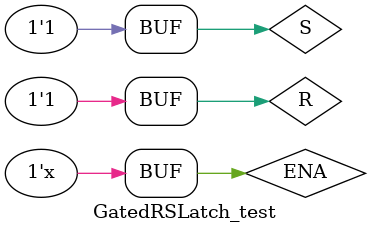
<source format=v>
`timescale 1ns / 1ps


module GatedRSLatch_test;

	// Inputs
	reg ENA;
	reg R;
	reg S;

	// Outputs
	wire Q;
	wire Q_L;

	// Instantiate the Unit Under Test (UUT)
	GatedRSLatch uut (
		.ENA(ENA), 
		.R(R), 
		.S(S), 
		.Q(Q), 
		.Q_L(Q_L)
	);

	initial begin
		// Initialize Inputs
		ENA = 1;
		R = 0;
		S = 1;
		#500;
		
		R = 1;
		S = 0;
		#500;
		
		R = 0;
		S = 0;
		#500;
		
		R = 1;
		S = 1;
		#500;
		
	end
      
	always #95 ENA = ~ENA;
endmodule


</source>
